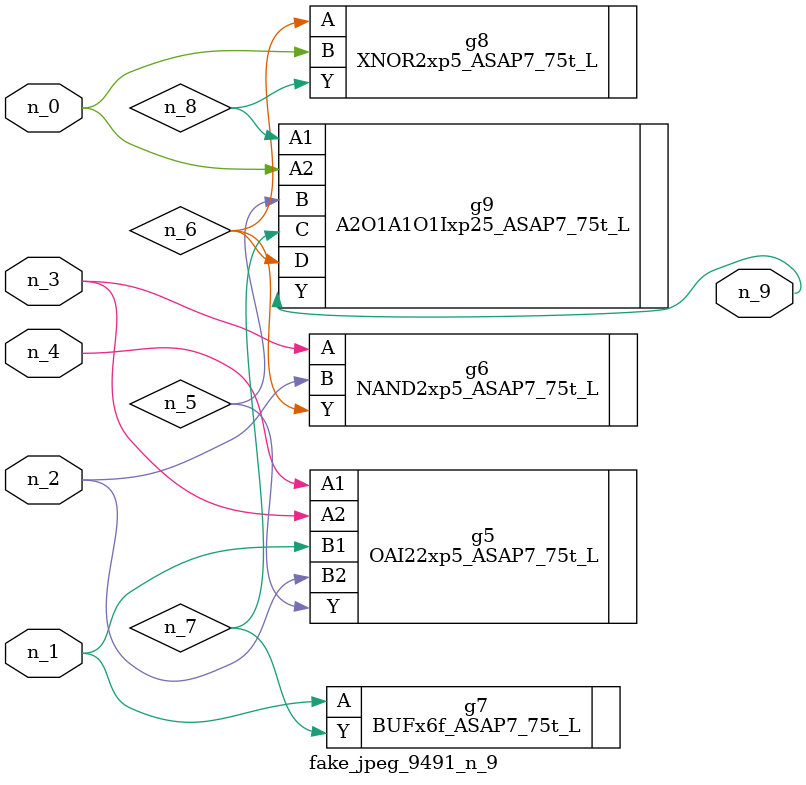
<source format=v>
module fake_jpeg_9491_n_9 (n_3, n_2, n_1, n_0, n_4, n_9);

input n_3;
input n_2;
input n_1;
input n_0;
input n_4;

output n_9;

wire n_8;
wire n_6;
wire n_5;
wire n_7;

OAI22xp5_ASAP7_75t_L g5 ( 
.A1(n_4),
.A2(n_3),
.B1(n_1),
.B2(n_2),
.Y(n_5)
);

NAND2xp5_ASAP7_75t_L g6 ( 
.A(n_3),
.B(n_2),
.Y(n_6)
);

BUFx6f_ASAP7_75t_L g7 ( 
.A(n_1),
.Y(n_7)
);

XNOR2xp5_ASAP7_75t_L g8 ( 
.A(n_6),
.B(n_0),
.Y(n_8)
);

A2O1A1O1Ixp25_ASAP7_75t_L g9 ( 
.A1(n_8),
.A2(n_0),
.B(n_5),
.C(n_7),
.D(n_6),
.Y(n_9)
);


endmodule
</source>
